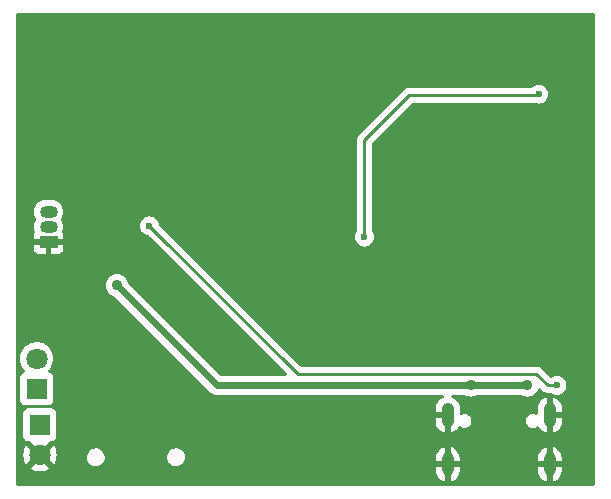
<source format=gbr>
%TF.GenerationSoftware,KiCad,Pcbnew,7.0.8*%
%TF.CreationDate,2023-10-04T18:10:58+08:00*%
%TF.ProjectId,Arsnic,4172736e-6963-42e6-9b69-6361645f7063,rev?*%
%TF.SameCoordinates,Original*%
%TF.FileFunction,Copper,L2,Bot*%
%TF.FilePolarity,Positive*%
%FSLAX46Y46*%
G04 Gerber Fmt 4.6, Leading zero omitted, Abs format (unit mm)*
G04 Created by KiCad (PCBNEW 7.0.8) date 2023-10-04 18:10:58*
%MOMM*%
%LPD*%
G01*
G04 APERTURE LIST*
%TA.AperFunction,ComponentPad*%
%ADD10R,1.800000X1.800000*%
%TD*%
%TA.AperFunction,ComponentPad*%
%ADD11C,1.800000*%
%TD*%
%TA.AperFunction,ComponentPad*%
%ADD12O,1.050000X2.100000*%
%TD*%
%TA.AperFunction,ComponentPad*%
%ADD13O,1.000000X2.000000*%
%TD*%
%TA.AperFunction,ComponentPad*%
%ADD14R,1.500000X1.050000*%
%TD*%
%TA.AperFunction,ComponentPad*%
%ADD15O,1.500000X1.050000*%
%TD*%
%TA.AperFunction,ViaPad*%
%ADD16C,0.600000*%
%TD*%
%TA.AperFunction,ViaPad*%
%ADD17C,0.900000*%
%TD*%
%TA.AperFunction,Conductor*%
%ADD18C,0.250000*%
%TD*%
%TA.AperFunction,Conductor*%
%ADD19C,0.600000*%
%TD*%
G04 APERTURE END LIST*
D10*
%TO.P,D2,1,K*%
%TO.N,Net-(D2-K)*%
X102250000Y-132290000D03*
D11*
%TO.P,D2,2,A*%
%TO.N,Net-(D2-A)*%
X102250000Y-129750000D03*
%TD*%
D12*
%TO.P,J1,S1,SHELL_GND*%
%TO.N,GND*%
X137050000Y-134520000D03*
D13*
%TO.P,J1,S2,SHELL_GND*%
X137050000Y-138700000D03*
%TO.P,J1,S3,SHELL_GND*%
X145690000Y-138700000D03*
D12*
%TO.P,J1,S4,SHELL_GND*%
X145690000Y-134520000D03*
%TD*%
D10*
%TO.P,BT1,1,+*%
%TO.N,Net-(BT1-+)*%
X102525000Y-135350000D03*
D11*
%TO.P,BT1,2,-*%
%TO.N,GND*%
X102525000Y-137890000D03*
%TD*%
D14*
%TO.P,U4,1,GND*%
%TO.N,GND*%
X103250000Y-119870000D03*
D15*
%TO.P,U4,2,DQ*%
%TO.N,/IO3*%
X103250000Y-118600000D03*
%TO.P,U4,3,V_{DD}*%
%TO.N,+3.3V*%
X103250000Y-117330000D03*
%TD*%
D16*
%TO.N,GND*%
X143550000Y-119000000D03*
X104150000Y-130750000D03*
D17*
X144550000Y-104500000D03*
D16*
X141900000Y-118450000D03*
X143550000Y-121500000D03*
X141350000Y-120050000D03*
X141350000Y-121500000D03*
D17*
X131600000Y-105200000D03*
D16*
X144400000Y-119550000D03*
X143050000Y-118450000D03*
D17*
X101450000Y-123800000D03*
X111050000Y-109550000D03*
D16*
X143550000Y-120100000D03*
X140500000Y-120700000D03*
D17*
X128650000Y-117700000D03*
D16*
X140500000Y-119600000D03*
D17*
X109550000Y-120250000D03*
D16*
X144400000Y-118550000D03*
X144400000Y-120700000D03*
X141900000Y-120650000D03*
X142450000Y-117600000D03*
X140500000Y-118500000D03*
D17*
X120650000Y-129750000D03*
D16*
X142450000Y-121500000D03*
X143550000Y-117600000D03*
X141300000Y-117600000D03*
X143000000Y-120650000D03*
X141350000Y-119000000D03*
%TO.N,/EN_CHIP*%
X130000000Y-119450000D03*
X144750000Y-107350000D03*
D17*
%TO.N,Net-(F1-Pad1)*%
X143800000Y-132000000D03*
X109050000Y-123550000D03*
X139000000Y-132000000D03*
D16*
%TO.N,/IO3*%
X146300000Y-132000000D03*
X111800000Y-118500000D03*
%TD*%
D18*
%TO.N,/EN_CHIP*%
X144650000Y-107450000D02*
X133800000Y-107450000D01*
X130000000Y-111250000D02*
X130000000Y-119450000D01*
X144750000Y-107350000D02*
X144650000Y-107450000D01*
X133800000Y-107450000D02*
X130000000Y-111250000D01*
D19*
%TO.N,Net-(F1-Pad1)*%
X117500000Y-132000000D02*
X139000000Y-132000000D01*
X109050000Y-123550000D02*
X117500000Y-132000000D01*
X139000000Y-132000000D02*
X143800000Y-132000000D01*
D18*
%TO.N,/IO3*%
X145500000Y-132000000D02*
X146300000Y-132000000D01*
X144550000Y-131050000D02*
X145500000Y-132000000D01*
X124350000Y-131050000D02*
X144550000Y-131050000D01*
X111800000Y-118500000D02*
X124350000Y-131050000D01*
%TD*%
%TA.AperFunction,Conductor*%
%TO.N,GND*%
G36*
X149442539Y-100520185D02*
G01*
X149488294Y-100572989D01*
X149499500Y-100624500D01*
X149499500Y-140375500D01*
X149479815Y-140442539D01*
X149427011Y-140488294D01*
X149375500Y-140499500D01*
X100624500Y-140499500D01*
X100557461Y-140479815D01*
X100511706Y-140427011D01*
X100500500Y-140375500D01*
X100500500Y-137890005D01*
X101120202Y-137890005D01*
X101139361Y-138121218D01*
X101196317Y-138346135D01*
X101289516Y-138558609D01*
X101373811Y-138687633D01*
X102080550Y-137980896D01*
X102081327Y-137991265D01*
X102130887Y-138117541D01*
X102215465Y-138223599D01*
X102327547Y-138300016D01*
X102435299Y-138333253D01*
X101726199Y-139042351D01*
X101756650Y-139066050D01*
X101960697Y-139176476D01*
X101960706Y-139176479D01*
X102180139Y-139251811D01*
X102408993Y-139290000D01*
X102641007Y-139290000D01*
X102869860Y-139251811D01*
X102873058Y-139250713D01*
X136050000Y-139250713D01*
X136065418Y-139402338D01*
X136126299Y-139596381D01*
X136126304Y-139596391D01*
X136225005Y-139774215D01*
X136225005Y-139774216D01*
X136357478Y-139928530D01*
X136357479Y-139928531D01*
X136518304Y-140053018D01*
X136700907Y-140142589D01*
X136800000Y-140168244D01*
X136800000Y-139266110D01*
X136824457Y-139305610D01*
X136913962Y-139373201D01*
X137021840Y-139403895D01*
X137133521Y-139393546D01*
X137233922Y-139343552D01*
X137300000Y-139271069D01*
X137300000Y-140173365D01*
X137301944Y-140173069D01*
X137301945Y-140173069D01*
X137492660Y-140102436D01*
X137492664Y-140102434D01*
X137665267Y-139994850D01*
X137812668Y-139854735D01*
X137812669Y-139854733D01*
X137928856Y-139687804D01*
X138009059Y-139500907D01*
X138050000Y-139301690D01*
X138050000Y-139250713D01*
X144690000Y-139250713D01*
X144705418Y-139402338D01*
X144766299Y-139596381D01*
X144766304Y-139596391D01*
X144865005Y-139774215D01*
X144865005Y-139774216D01*
X144997478Y-139928530D01*
X144997479Y-139928531D01*
X145158304Y-140053018D01*
X145340907Y-140142589D01*
X145440000Y-140168244D01*
X145440000Y-139266110D01*
X145464457Y-139305610D01*
X145553962Y-139373201D01*
X145661840Y-139403895D01*
X145773521Y-139393546D01*
X145873922Y-139343552D01*
X145940000Y-139271069D01*
X145940000Y-140173366D01*
X145941944Y-140173069D01*
X145941945Y-140173069D01*
X146132660Y-140102436D01*
X146132664Y-140102434D01*
X146305267Y-139994850D01*
X146452668Y-139854735D01*
X146452669Y-139854733D01*
X146568856Y-139687804D01*
X146649059Y-139500907D01*
X146690000Y-139301690D01*
X146690000Y-138950000D01*
X145990000Y-138950000D01*
X145990000Y-138450000D01*
X146690000Y-138450000D01*
X146690000Y-138149286D01*
X146674581Y-137997661D01*
X146613700Y-137803618D01*
X146613695Y-137803608D01*
X146514994Y-137625784D01*
X146514994Y-137625783D01*
X146382521Y-137471469D01*
X146382520Y-137471468D01*
X146221695Y-137346981D01*
X146039093Y-137257411D01*
X145940000Y-137231753D01*
X145940000Y-138133889D01*
X145915543Y-138094390D01*
X145826038Y-138026799D01*
X145718160Y-137996105D01*
X145606479Y-138006454D01*
X145506078Y-138056448D01*
X145440000Y-138128930D01*
X145440000Y-137226633D01*
X145438053Y-137226931D01*
X145438047Y-137226933D01*
X145247342Y-137297562D01*
X145247335Y-137297565D01*
X145074732Y-137405149D01*
X144927331Y-137545264D01*
X144927330Y-137545266D01*
X144811143Y-137712195D01*
X144730940Y-137899092D01*
X144690000Y-138098309D01*
X144690000Y-138450000D01*
X145390000Y-138450000D01*
X145390000Y-138950000D01*
X144690000Y-138950000D01*
X144690000Y-139250713D01*
X138050000Y-139250713D01*
X138050000Y-138950000D01*
X137350000Y-138950000D01*
X137350000Y-138450000D01*
X138050000Y-138450000D01*
X138050000Y-138149286D01*
X138034581Y-137997661D01*
X137973700Y-137803618D01*
X137973695Y-137803608D01*
X137874994Y-137625784D01*
X137874994Y-137625783D01*
X137742521Y-137471469D01*
X137742520Y-137471468D01*
X137581695Y-137346981D01*
X137399093Y-137257411D01*
X137300000Y-137231753D01*
X137300000Y-138133889D01*
X137275543Y-138094390D01*
X137186038Y-138026799D01*
X137078160Y-137996105D01*
X136966479Y-138006454D01*
X136866078Y-138056448D01*
X136800000Y-138128930D01*
X136800000Y-137226633D01*
X136798053Y-137226931D01*
X136798047Y-137226933D01*
X136607342Y-137297562D01*
X136607335Y-137297565D01*
X136434732Y-137405149D01*
X136287331Y-137545264D01*
X136287330Y-137545266D01*
X136171143Y-137712195D01*
X136090940Y-137899092D01*
X136050000Y-138098309D01*
X136050000Y-138450000D01*
X136750000Y-138450000D01*
X136750000Y-138950000D01*
X136050000Y-138950000D01*
X136050000Y-139250713D01*
X102873058Y-139250713D01*
X103089293Y-139176479D01*
X103089302Y-139176476D01*
X103293350Y-139066050D01*
X103323798Y-139042351D01*
X102613231Y-138331784D01*
X102659138Y-138324865D01*
X102781357Y-138266007D01*
X102880798Y-138173740D01*
X102948625Y-138056260D01*
X102966499Y-137977947D01*
X103676186Y-138687634D01*
X103760484Y-138558606D01*
X103853682Y-138346135D01*
X103904886Y-138143933D01*
X106495668Y-138143933D01*
X106517194Y-138266007D01*
X106526135Y-138316711D01*
X106595623Y-138477804D01*
X106595624Y-138477806D01*
X106595626Y-138477809D01*
X106650278Y-138551218D01*
X106700390Y-138618530D01*
X106834786Y-138731302D01*
X106912488Y-138770325D01*
X106991562Y-138810038D01*
X106991563Y-138810038D01*
X106991567Y-138810040D01*
X107162279Y-138850500D01*
X107162282Y-138850500D01*
X107293701Y-138850500D01*
X107293709Y-138850500D01*
X107424255Y-138835241D01*
X107589117Y-138775237D01*
X107735696Y-138678830D01*
X107856092Y-138551218D01*
X107943812Y-138399281D01*
X107994130Y-138231210D01*
X107999213Y-138143933D01*
X113295668Y-138143933D01*
X113317194Y-138266007D01*
X113326135Y-138316711D01*
X113395623Y-138477804D01*
X113395624Y-138477806D01*
X113395626Y-138477809D01*
X113450278Y-138551218D01*
X113500390Y-138618530D01*
X113634786Y-138731302D01*
X113712488Y-138770325D01*
X113791562Y-138810038D01*
X113791563Y-138810038D01*
X113791567Y-138810040D01*
X113962279Y-138850500D01*
X113962282Y-138850500D01*
X114093701Y-138850500D01*
X114093709Y-138850500D01*
X114224255Y-138835241D01*
X114389117Y-138775237D01*
X114535696Y-138678830D01*
X114656092Y-138551218D01*
X114743812Y-138399281D01*
X114794130Y-138231210D01*
X114804331Y-138056065D01*
X114773865Y-137883289D01*
X114704377Y-137722196D01*
X114599610Y-137581470D01*
X114527747Y-137521170D01*
X114465214Y-137468698D01*
X114465212Y-137468697D01*
X114308437Y-137389961D01*
X114308433Y-137389960D01*
X114137721Y-137349500D01*
X114006291Y-137349500D01*
X113901854Y-137361707D01*
X113875743Y-137364759D01*
X113875740Y-137364760D01*
X113710884Y-137424762D01*
X113710880Y-137424764D01*
X113564306Y-137521167D01*
X113564305Y-137521168D01*
X113443910Y-137648778D01*
X113356188Y-137800718D01*
X113305870Y-137968789D01*
X113305869Y-137968794D01*
X113295668Y-138143933D01*
X107999213Y-138143933D01*
X108004331Y-138056065D01*
X107973865Y-137883289D01*
X107904377Y-137722196D01*
X107799610Y-137581470D01*
X107727747Y-137521170D01*
X107665214Y-137468698D01*
X107665212Y-137468697D01*
X107508437Y-137389961D01*
X107508433Y-137389960D01*
X107337721Y-137349500D01*
X107206291Y-137349500D01*
X107101854Y-137361707D01*
X107075743Y-137364759D01*
X107075740Y-137364760D01*
X106910884Y-137424762D01*
X106910880Y-137424764D01*
X106764306Y-137521167D01*
X106764305Y-137521168D01*
X106643910Y-137648778D01*
X106556188Y-137800718D01*
X106505870Y-137968789D01*
X106505869Y-137968794D01*
X106495668Y-138143933D01*
X103904886Y-138143933D01*
X103910638Y-138121218D01*
X103929798Y-137890005D01*
X103929798Y-137889994D01*
X103910638Y-137658781D01*
X103853682Y-137433864D01*
X103760483Y-137221390D01*
X103676186Y-137092364D01*
X102969449Y-137799101D01*
X102968673Y-137788735D01*
X102919113Y-137662459D01*
X102834535Y-137556401D01*
X102722453Y-137479984D01*
X102614700Y-137446747D01*
X103274628Y-136786818D01*
X103335951Y-136753333D01*
X103362308Y-136750499D01*
X103472872Y-136750499D01*
X103532483Y-136744091D01*
X103667331Y-136693796D01*
X103782546Y-136607546D01*
X103868796Y-136492331D01*
X103919091Y-136357483D01*
X103925500Y-136297873D01*
X103925499Y-134402128D01*
X103919091Y-134342517D01*
X103868796Y-134207669D01*
X103868795Y-134207668D01*
X103868793Y-134207664D01*
X103782547Y-134092455D01*
X103782544Y-134092452D01*
X103667335Y-134006206D01*
X103667328Y-134006202D01*
X103532482Y-133955908D01*
X103532483Y-133955908D01*
X103472883Y-133949501D01*
X103472881Y-133949500D01*
X103472873Y-133949500D01*
X103472864Y-133949500D01*
X101577129Y-133949500D01*
X101577123Y-133949501D01*
X101517516Y-133955908D01*
X101382671Y-134006202D01*
X101382664Y-134006206D01*
X101267455Y-134092452D01*
X101267452Y-134092455D01*
X101181206Y-134207664D01*
X101181202Y-134207671D01*
X101130908Y-134342517D01*
X101124501Y-134402116D01*
X101124501Y-134402123D01*
X101124500Y-134402135D01*
X101124500Y-136297870D01*
X101124501Y-136297876D01*
X101130908Y-136357483D01*
X101181202Y-136492328D01*
X101181206Y-136492335D01*
X101267452Y-136607544D01*
X101267455Y-136607547D01*
X101382664Y-136693793D01*
X101382671Y-136693797D01*
X101427618Y-136710561D01*
X101517517Y-136744091D01*
X101577127Y-136750500D01*
X101687692Y-136750499D01*
X101754729Y-136770183D01*
X101775371Y-136786818D01*
X102436768Y-137448215D01*
X102390862Y-137455135D01*
X102268643Y-137513993D01*
X102169202Y-137606260D01*
X102101375Y-137723740D01*
X102083500Y-137802053D01*
X101373812Y-137092365D01*
X101289516Y-137221391D01*
X101289514Y-137221395D01*
X101196317Y-137433864D01*
X101139361Y-137658781D01*
X101120202Y-137889994D01*
X101120202Y-137890005D01*
X100500500Y-137890005D01*
X100500500Y-129750006D01*
X100844700Y-129750006D01*
X100863864Y-129981297D01*
X100863866Y-129981308D01*
X100920842Y-130206300D01*
X101014075Y-130418848D01*
X101141016Y-130613147D01*
X101141019Y-130613151D01*
X101141021Y-130613153D01*
X101235803Y-130716114D01*
X101266724Y-130778767D01*
X101258864Y-130848193D01*
X101214716Y-130902348D01*
X101187906Y-130916277D01*
X101107669Y-130946203D01*
X101107664Y-130946206D01*
X100992455Y-131032452D01*
X100992452Y-131032455D01*
X100906206Y-131147664D01*
X100906202Y-131147671D01*
X100855908Y-131282517D01*
X100850357Y-131334152D01*
X100849501Y-131342123D01*
X100849500Y-131342135D01*
X100849500Y-133237870D01*
X100849501Y-133237876D01*
X100855908Y-133297483D01*
X100906202Y-133432328D01*
X100906206Y-133432335D01*
X100992452Y-133547544D01*
X100992455Y-133547547D01*
X101107664Y-133633793D01*
X101107671Y-133633797D01*
X101242517Y-133684091D01*
X101242516Y-133684091D01*
X101249444Y-133684835D01*
X101302127Y-133690500D01*
X103197872Y-133690499D01*
X103257483Y-133684091D01*
X103392331Y-133633796D01*
X103507546Y-133547546D01*
X103593796Y-133432331D01*
X103644091Y-133297483D01*
X103650500Y-133237873D01*
X103650499Y-131342128D01*
X103644091Y-131282517D01*
X103593796Y-131147669D01*
X103593795Y-131147668D01*
X103593793Y-131147664D01*
X103507547Y-131032455D01*
X103507544Y-131032452D01*
X103392335Y-130946206D01*
X103392328Y-130946202D01*
X103312094Y-130916277D01*
X103256160Y-130874406D01*
X103231743Y-130808941D01*
X103246595Y-130740668D01*
X103264190Y-130716121D01*
X103358979Y-130613153D01*
X103485924Y-130418849D01*
X103579157Y-130206300D01*
X103636134Y-129981305D01*
X103655300Y-129750000D01*
X103655300Y-129749993D01*
X103636135Y-129518702D01*
X103636133Y-129518691D01*
X103579157Y-129293699D01*
X103485924Y-129081151D01*
X103358983Y-128886852D01*
X103358980Y-128886849D01*
X103358979Y-128886847D01*
X103201784Y-128716087D01*
X103201779Y-128716083D01*
X103201777Y-128716081D01*
X103018634Y-128573535D01*
X103018628Y-128573531D01*
X102814504Y-128463064D01*
X102814495Y-128463061D01*
X102594984Y-128387702D01*
X102423282Y-128359050D01*
X102366049Y-128349500D01*
X102133951Y-128349500D01*
X102088164Y-128357140D01*
X101905015Y-128387702D01*
X101685504Y-128463061D01*
X101685495Y-128463064D01*
X101481371Y-128573531D01*
X101481365Y-128573535D01*
X101298222Y-128716081D01*
X101298219Y-128716084D01*
X101141016Y-128886852D01*
X101014075Y-129081151D01*
X100920842Y-129293699D01*
X100863866Y-129518691D01*
X100863864Y-129518702D01*
X100844700Y-129749993D01*
X100844700Y-129750006D01*
X100500500Y-129750006D01*
X100500500Y-123550000D01*
X108094901Y-123550000D01*
X108113252Y-123736331D01*
X108113253Y-123736333D01*
X108167604Y-123915502D01*
X108255862Y-124080623D01*
X108255864Y-124080626D01*
X108374642Y-124225357D01*
X108519373Y-124344135D01*
X108519376Y-124344137D01*
X108684497Y-124432395D01*
X108684499Y-124432396D01*
X108728671Y-124445795D01*
X108821029Y-124473813D01*
X108872714Y-124504792D01*
X116997738Y-132629816D01*
X117033096Y-132652033D01*
X117038770Y-132656060D01*
X117071411Y-132682090D01*
X117071414Y-132682092D01*
X117109038Y-132700210D01*
X117115123Y-132703574D01*
X117150478Y-132725789D01*
X117189899Y-132739583D01*
X117196307Y-132742238D01*
X117233939Y-132760360D01*
X117274641Y-132769650D01*
X117281328Y-132771576D01*
X117320742Y-132785367D01*
X117320745Y-132785368D01*
X117362241Y-132790043D01*
X117369093Y-132791207D01*
X117409806Y-132800500D01*
X117455046Y-132800500D01*
X136620781Y-132800500D01*
X136687820Y-132820185D01*
X136733575Y-132872989D01*
X136743519Y-132942147D01*
X136714494Y-133005703D01*
X136661148Y-133040322D01*
X136661475Y-133041111D01*
X136657215Y-133042875D01*
X136656775Y-133043161D01*
X136655847Y-133043442D01*
X136477790Y-133138615D01*
X136477784Y-133138620D01*
X136321707Y-133266707D01*
X136193620Y-133422784D01*
X136193615Y-133422790D01*
X136098443Y-133600845D01*
X136039829Y-133794067D01*
X136025000Y-133944642D01*
X136025000Y-134270000D01*
X136750000Y-134270000D01*
X136750000Y-134770000D01*
X136025000Y-134770000D01*
X136025000Y-135095357D01*
X136039829Y-135245932D01*
X136098443Y-135439154D01*
X136193615Y-135617209D01*
X136193620Y-135617215D01*
X136321707Y-135773292D01*
X136477784Y-135901379D01*
X136477790Y-135901384D01*
X136655846Y-135996557D01*
X136800000Y-136040285D01*
X136800000Y-135236110D01*
X136824457Y-135275610D01*
X136913962Y-135343201D01*
X137021840Y-135373895D01*
X137133521Y-135363546D01*
X137233922Y-135313552D01*
X137300000Y-135241069D01*
X137300000Y-136040285D01*
X137444153Y-135996557D01*
X137622209Y-135901384D01*
X137622215Y-135901379D01*
X137778292Y-135773292D01*
X137906379Y-135617215D01*
X137906383Y-135617209D01*
X137955736Y-135524878D01*
X138004698Y-135475034D01*
X138072836Y-135459573D01*
X138138515Y-135483405D01*
X138140581Y-135484956D01*
X138189765Y-135522697D01*
X138189769Y-135522699D01*
X138195030Y-135524878D01*
X138329764Y-135580687D01*
X138442280Y-135595500D01*
X138442287Y-135595500D01*
X138517713Y-135595500D01*
X138517720Y-135595500D01*
X138630236Y-135580687D01*
X138770233Y-135522698D01*
X138890451Y-135430451D01*
X138982698Y-135310233D01*
X139040687Y-135170236D01*
X139060466Y-135020000D01*
X143679534Y-135020000D01*
X143699312Y-135170234D01*
X143699313Y-135170236D01*
X143742960Y-135275610D01*
X143757302Y-135310233D01*
X143849549Y-135430451D01*
X143969767Y-135522698D01*
X144109764Y-135580687D01*
X144222280Y-135595500D01*
X144222287Y-135595500D01*
X144297713Y-135595500D01*
X144297720Y-135595500D01*
X144410236Y-135580687D01*
X144550233Y-135522698D01*
X144599421Y-135484954D01*
X144664586Y-135459761D01*
X144733031Y-135473798D01*
X144783021Y-135522612D01*
X144784263Y-135524877D01*
X144833618Y-135617212D01*
X144833620Y-135617215D01*
X144961707Y-135773292D01*
X145117784Y-135901379D01*
X145117790Y-135901384D01*
X145295846Y-135996557D01*
X145440000Y-136040285D01*
X145440000Y-135236110D01*
X145464457Y-135275610D01*
X145553962Y-135343201D01*
X145661840Y-135373895D01*
X145773521Y-135363546D01*
X145873922Y-135313552D01*
X145940000Y-135241069D01*
X145940000Y-136040285D01*
X146084153Y-135996557D01*
X146262209Y-135901384D01*
X146262215Y-135901379D01*
X146418292Y-135773292D01*
X146546379Y-135617215D01*
X146546384Y-135617209D01*
X146641556Y-135439154D01*
X146700170Y-135245932D01*
X146715000Y-135095357D01*
X146715000Y-134770000D01*
X145990000Y-134770000D01*
X145990000Y-134270000D01*
X146715000Y-134270000D01*
X146715000Y-133944642D01*
X146700170Y-133794067D01*
X146641556Y-133600845D01*
X146546384Y-133422790D01*
X146546379Y-133422784D01*
X146418292Y-133266707D01*
X146262215Y-133138620D01*
X146262209Y-133138615D01*
X146084150Y-133043441D01*
X145940000Y-132999712D01*
X145940000Y-133803889D01*
X145915543Y-133764390D01*
X145826038Y-133696799D01*
X145718160Y-133666105D01*
X145606479Y-133676454D01*
X145506078Y-133726448D01*
X145440000Y-133798930D01*
X145440000Y-132999712D01*
X145295849Y-133043441D01*
X145117790Y-133138615D01*
X145117784Y-133138620D01*
X144961707Y-133266707D01*
X144833620Y-133422784D01*
X144833615Y-133422790D01*
X144738443Y-133600845D01*
X144679829Y-133794067D01*
X144665000Y-133944642D01*
X144665000Y-134379260D01*
X144645315Y-134446299D01*
X144592511Y-134492054D01*
X144523353Y-134501998D01*
X144493548Y-134493821D01*
X144410239Y-134459314D01*
X144410237Y-134459313D01*
X144410236Y-134459313D01*
X144396171Y-134457461D01*
X144297727Y-134444500D01*
X144297720Y-134444500D01*
X144222280Y-134444500D01*
X144222272Y-134444500D01*
X144109764Y-134459313D01*
X144109763Y-134459313D01*
X143969770Y-134517300D01*
X143849549Y-134609549D01*
X143757300Y-134729770D01*
X143699313Y-134869763D01*
X143699312Y-134869765D01*
X143679534Y-135019999D01*
X143679534Y-135020000D01*
X139060466Y-135020000D01*
X139040687Y-134869764D01*
X138982698Y-134729767D01*
X138890451Y-134609549D01*
X138770233Y-134517302D01*
X138770229Y-134517300D01*
X138656070Y-134470014D01*
X138630236Y-134459313D01*
X138616171Y-134457461D01*
X138517727Y-134444500D01*
X138517720Y-134444500D01*
X138442280Y-134444500D01*
X138442272Y-134444500D01*
X138329764Y-134459313D01*
X138329760Y-134459314D01*
X138246452Y-134493821D01*
X138176982Y-134501290D01*
X138114503Y-134470014D01*
X138078852Y-134409925D01*
X138075000Y-134379260D01*
X138075000Y-133944642D01*
X138060170Y-133794067D01*
X138001556Y-133600845D01*
X137906384Y-133422790D01*
X137906379Y-133422784D01*
X137778292Y-133266707D01*
X137622215Y-133138620D01*
X137622209Y-133138615D01*
X137444152Y-133043442D01*
X137443225Y-133043161D01*
X137442796Y-133042880D01*
X137438525Y-133041111D01*
X137438860Y-133040300D01*
X137384786Y-133004864D01*
X137356329Y-132941053D01*
X137366888Y-132871986D01*
X137413112Y-132819591D01*
X137479219Y-132800500D01*
X138450221Y-132800500D01*
X138508674Y-132815142D01*
X138634497Y-132882395D01*
X138634499Y-132882396D01*
X138813666Y-132936746D01*
X138813668Y-132936747D01*
X138830374Y-132938392D01*
X139000000Y-132955099D01*
X139186331Y-132936747D01*
X139365501Y-132882396D01*
X139491326Y-132815142D01*
X139549779Y-132800500D01*
X143250221Y-132800500D01*
X143308674Y-132815142D01*
X143434497Y-132882395D01*
X143434499Y-132882396D01*
X143613666Y-132936746D01*
X143613668Y-132936747D01*
X143630374Y-132938392D01*
X143800000Y-132955099D01*
X143986331Y-132936747D01*
X144165501Y-132882396D01*
X144330625Y-132794136D01*
X144475357Y-132675357D01*
X144594136Y-132530625D01*
X144667447Y-132393469D01*
X144682395Y-132365503D01*
X144682396Y-132365501D01*
X144691819Y-132334437D01*
X144730114Y-132275999D01*
X144793926Y-132247542D01*
X144862993Y-132258101D01*
X144898160Y-132282751D01*
X144999197Y-132383788D01*
X145009022Y-132396051D01*
X145009243Y-132395869D01*
X145014214Y-132401878D01*
X145040217Y-132426295D01*
X145064635Y-132449226D01*
X145085529Y-132470120D01*
X145091011Y-132474373D01*
X145095443Y-132478157D01*
X145129418Y-132510062D01*
X145146976Y-132519714D01*
X145163233Y-132530393D01*
X145179064Y-132542673D01*
X145198737Y-132551186D01*
X145221833Y-132561182D01*
X145227077Y-132563750D01*
X145267908Y-132586197D01*
X145280523Y-132589435D01*
X145287305Y-132591177D01*
X145305719Y-132597481D01*
X145324104Y-132605438D01*
X145370157Y-132612732D01*
X145375826Y-132613906D01*
X145420981Y-132625500D01*
X145441016Y-132625500D01*
X145460413Y-132627026D01*
X145480196Y-132630160D01*
X145526584Y-132625775D01*
X145532422Y-132625500D01*
X145755145Y-132625500D01*
X145821117Y-132644506D01*
X145880931Y-132682090D01*
X145950478Y-132725789D01*
X146075826Y-132769650D01*
X146120745Y-132785368D01*
X146120750Y-132785369D01*
X146299996Y-132805565D01*
X146300000Y-132805565D01*
X146300004Y-132805565D01*
X146479249Y-132785369D01*
X146479252Y-132785368D01*
X146479255Y-132785368D01*
X146649522Y-132725789D01*
X146802262Y-132629816D01*
X146929816Y-132502262D01*
X147025789Y-132349522D01*
X147085368Y-132179255D01*
X147105565Y-132000000D01*
X147085368Y-131820745D01*
X147025789Y-131650478D01*
X146929816Y-131497738D01*
X146802262Y-131370184D01*
X146775156Y-131353152D01*
X146649523Y-131274211D01*
X146479254Y-131214631D01*
X146479249Y-131214630D01*
X146300004Y-131194435D01*
X146299996Y-131194435D01*
X146120750Y-131214630D01*
X146120745Y-131214631D01*
X145950476Y-131274211D01*
X145855082Y-131334152D01*
X145787845Y-131353152D01*
X145721010Y-131332784D01*
X145701429Y-131316839D01*
X145050803Y-130666212D01*
X145040980Y-130653950D01*
X145040759Y-130654134D01*
X145035786Y-130648123D01*
X144985364Y-130600773D01*
X144974919Y-130590328D01*
X144964475Y-130579883D01*
X144958986Y-130575625D01*
X144954561Y-130571847D01*
X144920582Y-130539938D01*
X144920580Y-130539936D01*
X144920577Y-130539935D01*
X144903029Y-130530288D01*
X144886763Y-130519604D01*
X144870933Y-130507325D01*
X144828168Y-130488818D01*
X144822922Y-130486248D01*
X144782093Y-130463803D01*
X144782092Y-130463802D01*
X144762693Y-130458822D01*
X144744281Y-130452518D01*
X144725898Y-130444562D01*
X144725892Y-130444560D01*
X144679874Y-130437272D01*
X144674152Y-130436087D01*
X144629021Y-130424500D01*
X144629019Y-130424500D01*
X144608984Y-130424500D01*
X144589586Y-130422973D01*
X144582162Y-130421797D01*
X144569805Y-130419840D01*
X144569804Y-130419840D01*
X144523416Y-130424225D01*
X144517578Y-130424500D01*
X124660453Y-130424500D01*
X124593414Y-130404815D01*
X124572772Y-130388181D01*
X113634594Y-119450003D01*
X129194435Y-119450003D01*
X129214630Y-119629249D01*
X129214631Y-119629254D01*
X129274211Y-119799523D01*
X129338222Y-119901395D01*
X129370184Y-119952262D01*
X129497738Y-120079816D01*
X129650478Y-120175789D01*
X129732138Y-120204363D01*
X129820745Y-120235368D01*
X129820750Y-120235369D01*
X129999996Y-120255565D01*
X130000000Y-120255565D01*
X130000004Y-120255565D01*
X130179249Y-120235369D01*
X130179252Y-120235368D01*
X130179255Y-120235368D01*
X130349522Y-120175789D01*
X130502262Y-120079816D01*
X130629816Y-119952262D01*
X130725789Y-119799522D01*
X130785368Y-119629255D01*
X130805565Y-119450000D01*
X130791617Y-119326211D01*
X130785369Y-119270750D01*
X130785368Y-119270745D01*
X130725789Y-119100478D01*
X130722427Y-119095128D01*
X130644506Y-118971117D01*
X130625500Y-118905145D01*
X130625500Y-111560452D01*
X130645185Y-111493413D01*
X130661819Y-111472771D01*
X134022771Y-108111819D01*
X134084094Y-108078334D01*
X134110452Y-108075500D01*
X144378584Y-108075500D01*
X144419539Y-108082459D01*
X144570737Y-108135366D01*
X144570743Y-108135367D01*
X144570745Y-108135368D01*
X144570746Y-108135368D01*
X144570750Y-108135369D01*
X144749996Y-108155565D01*
X144750000Y-108155565D01*
X144750004Y-108155565D01*
X144929249Y-108135369D01*
X144929252Y-108135368D01*
X144929255Y-108135368D01*
X145099522Y-108075789D01*
X145252262Y-107979816D01*
X145379816Y-107852262D01*
X145475789Y-107699522D01*
X145535368Y-107529255D01*
X145555565Y-107350000D01*
X145535368Y-107170745D01*
X145475789Y-107000478D01*
X145469460Y-106990406D01*
X145411090Y-106897510D01*
X145379816Y-106847738D01*
X145252262Y-106720184D01*
X145099523Y-106624211D01*
X144929254Y-106564631D01*
X144929249Y-106564630D01*
X144750004Y-106544435D01*
X144749996Y-106544435D01*
X144570750Y-106564630D01*
X144570745Y-106564631D01*
X144400476Y-106624211D01*
X144247737Y-106720184D01*
X144179741Y-106788181D01*
X144118418Y-106821666D01*
X144092060Y-106824500D01*
X133882743Y-106824500D01*
X133867122Y-106822775D01*
X133867095Y-106823061D01*
X133859333Y-106822326D01*
X133790172Y-106824500D01*
X133760649Y-106824500D01*
X133753778Y-106825367D01*
X133747959Y-106825825D01*
X133701374Y-106827289D01*
X133701368Y-106827290D01*
X133682126Y-106832880D01*
X133663087Y-106836823D01*
X133643217Y-106839334D01*
X133643203Y-106839337D01*
X133599883Y-106856488D01*
X133594358Y-106858380D01*
X133549613Y-106871380D01*
X133549610Y-106871381D01*
X133532366Y-106881579D01*
X133514905Y-106890133D01*
X133496274Y-106897510D01*
X133496262Y-106897517D01*
X133458570Y-106924902D01*
X133453687Y-106928109D01*
X133413580Y-106951829D01*
X133399414Y-106965995D01*
X133384624Y-106978627D01*
X133368414Y-106990404D01*
X133368411Y-106990407D01*
X133338710Y-107026309D01*
X133334777Y-107030631D01*
X129616208Y-110749199D01*
X129603951Y-110759020D01*
X129604134Y-110759241D01*
X129598123Y-110764213D01*
X129550772Y-110814636D01*
X129529889Y-110835519D01*
X129529877Y-110835532D01*
X129525621Y-110841017D01*
X129521837Y-110845447D01*
X129489937Y-110879418D01*
X129489936Y-110879420D01*
X129480284Y-110896976D01*
X129469610Y-110913226D01*
X129457329Y-110929061D01*
X129457324Y-110929068D01*
X129438815Y-110971838D01*
X129436245Y-110977084D01*
X129413803Y-111017906D01*
X129408822Y-111037307D01*
X129402521Y-111055710D01*
X129394562Y-111074102D01*
X129394561Y-111074105D01*
X129387271Y-111120127D01*
X129386087Y-111125846D01*
X129374501Y-111170972D01*
X129374500Y-111170982D01*
X129374500Y-111191016D01*
X129372973Y-111210415D01*
X129369840Y-111230194D01*
X129369840Y-111230195D01*
X129374225Y-111276583D01*
X129374500Y-111282421D01*
X129374500Y-118905145D01*
X129355494Y-118971117D01*
X129274211Y-119100476D01*
X129214631Y-119270745D01*
X129214630Y-119270750D01*
X129194435Y-119449996D01*
X129194435Y-119450003D01*
X113634594Y-119450003D01*
X112626211Y-118441620D01*
X112592726Y-118380297D01*
X112590673Y-118367836D01*
X112585368Y-118320745D01*
X112525789Y-118150478D01*
X112429816Y-117997738D01*
X112302262Y-117870184D01*
X112149523Y-117774211D01*
X111979254Y-117714631D01*
X111979249Y-117714630D01*
X111800004Y-117694435D01*
X111799996Y-117694435D01*
X111620750Y-117714630D01*
X111620745Y-117714631D01*
X111450476Y-117774211D01*
X111297737Y-117870184D01*
X111170184Y-117997737D01*
X111074211Y-118150476D01*
X111014631Y-118320745D01*
X111014630Y-118320750D01*
X110994435Y-118499996D01*
X110994435Y-118500003D01*
X111014630Y-118679249D01*
X111014631Y-118679254D01*
X111074211Y-118849523D01*
X111109161Y-118905145D01*
X111170184Y-119002262D01*
X111297738Y-119129816D01*
X111450478Y-119225789D01*
X111620745Y-119285368D01*
X111667823Y-119290672D01*
X111732236Y-119317737D01*
X111741621Y-119326211D01*
X123403228Y-130987819D01*
X123436713Y-131049142D01*
X123431729Y-131118834D01*
X123389857Y-131174767D01*
X123324393Y-131199184D01*
X123315547Y-131199500D01*
X117882940Y-131199500D01*
X117815901Y-131179815D01*
X117795259Y-131163181D01*
X110004792Y-123372714D01*
X109973813Y-123321029D01*
X109932395Y-123184497D01*
X109844137Y-123019376D01*
X109844135Y-123019373D01*
X109725357Y-122874642D01*
X109580626Y-122755864D01*
X109580623Y-122755862D01*
X109415502Y-122667604D01*
X109236333Y-122613253D01*
X109236331Y-122613252D01*
X109050000Y-122594901D01*
X108863668Y-122613252D01*
X108863666Y-122613253D01*
X108684497Y-122667604D01*
X108519376Y-122755862D01*
X108519373Y-122755864D01*
X108374642Y-122874642D01*
X108255864Y-123019373D01*
X108255862Y-123019376D01*
X108167604Y-123184497D01*
X108113253Y-123363666D01*
X108113252Y-123363668D01*
X108094901Y-123550000D01*
X100500500Y-123550000D01*
X100500500Y-118600000D01*
X101994538Y-118600000D01*
X102014337Y-118801031D01*
X102073486Y-118996018D01*
X102074109Y-119065885D01*
X102059902Y-119094589D01*
X102060895Y-119095132D01*
X102056645Y-119102913D01*
X102006403Y-119237620D01*
X102006401Y-119237627D01*
X102000000Y-119297155D01*
X102000000Y-119620000D01*
X102915729Y-119620000D01*
X102921809Y-119620299D01*
X102957776Y-119623841D01*
X102966145Y-119624665D01*
X102931722Y-119662059D01*
X102881449Y-119776670D01*
X102871114Y-119901395D01*
X102901837Y-120022719D01*
X102965394Y-120120000D01*
X102000000Y-120120000D01*
X102000000Y-120442844D01*
X102006401Y-120502372D01*
X102006403Y-120502379D01*
X102056645Y-120637086D01*
X102056649Y-120637093D01*
X102142809Y-120752187D01*
X102142812Y-120752190D01*
X102257906Y-120838350D01*
X102257913Y-120838354D01*
X102392620Y-120888596D01*
X102392627Y-120888598D01*
X102452155Y-120894999D01*
X102452172Y-120895000D01*
X103000000Y-120895000D01*
X103000000Y-120150617D01*
X103069052Y-120204363D01*
X103187424Y-120245000D01*
X103281073Y-120245000D01*
X103373446Y-120229586D01*
X103483514Y-120170019D01*
X103500000Y-120152110D01*
X103500000Y-120895000D01*
X104047828Y-120895000D01*
X104047844Y-120894999D01*
X104107372Y-120888598D01*
X104107379Y-120888596D01*
X104242086Y-120838354D01*
X104242093Y-120838350D01*
X104357187Y-120752190D01*
X104357190Y-120752187D01*
X104443350Y-120637093D01*
X104443354Y-120637086D01*
X104493596Y-120502379D01*
X104493598Y-120502372D01*
X104499999Y-120442844D01*
X104500000Y-120442827D01*
X104500000Y-120120000D01*
X103529560Y-120120000D01*
X103568278Y-120077941D01*
X103618551Y-119963330D01*
X103628886Y-119838605D01*
X103598163Y-119717281D01*
X103537424Y-119624313D01*
X103542223Y-119623841D01*
X103578191Y-119620299D01*
X103584271Y-119620000D01*
X104500000Y-119620000D01*
X104500000Y-119297172D01*
X104499999Y-119297155D01*
X104493598Y-119237627D01*
X104493596Y-119237620D01*
X104443354Y-119102913D01*
X104439103Y-119095128D01*
X104441287Y-119093935D01*
X104421490Y-119040862D01*
X104426514Y-118996016D01*
X104427020Y-118994344D01*
X104427023Y-118994341D01*
X104485662Y-118801033D01*
X104505462Y-118600000D01*
X104485662Y-118398967D01*
X104427023Y-118205659D01*
X104331798Y-118027506D01*
X104331794Y-118027502D01*
X104329631Y-118023454D01*
X104315389Y-117955051D01*
X104329631Y-117906546D01*
X104331794Y-117902498D01*
X104331798Y-117902494D01*
X104427023Y-117724341D01*
X104485662Y-117531033D01*
X104505462Y-117330000D01*
X104485662Y-117128967D01*
X104427023Y-116935659D01*
X104427021Y-116935656D01*
X104427021Y-116935654D01*
X104331801Y-116757511D01*
X104331799Y-116757509D01*
X104331798Y-116757506D01*
X104292824Y-116710016D01*
X104203647Y-116601352D01*
X104047495Y-116473203D01*
X104047488Y-116473198D01*
X103869345Y-116377978D01*
X103676031Y-116319337D01*
X103565900Y-116308490D01*
X103525380Y-116304500D01*
X102974620Y-116304500D01*
X102937433Y-116308162D01*
X102823968Y-116319337D01*
X102630654Y-116377978D01*
X102452511Y-116473198D01*
X102452504Y-116473203D01*
X102296352Y-116601352D01*
X102168203Y-116757504D01*
X102168198Y-116757511D01*
X102072978Y-116935654D01*
X102014337Y-117128968D01*
X101994538Y-117330000D01*
X102014337Y-117531031D01*
X102072978Y-117724345D01*
X102170367Y-117906547D01*
X102184609Y-117974950D01*
X102170367Y-118023453D01*
X102072978Y-118205654D01*
X102014337Y-118398968D01*
X101994538Y-118600000D01*
X100500500Y-118600000D01*
X100500500Y-100624500D01*
X100520185Y-100557461D01*
X100572989Y-100511706D01*
X100624500Y-100500500D01*
X149375500Y-100500500D01*
X149442539Y-100520185D01*
G37*
%TD.AperFunction*%
%TD*%
M02*

</source>
